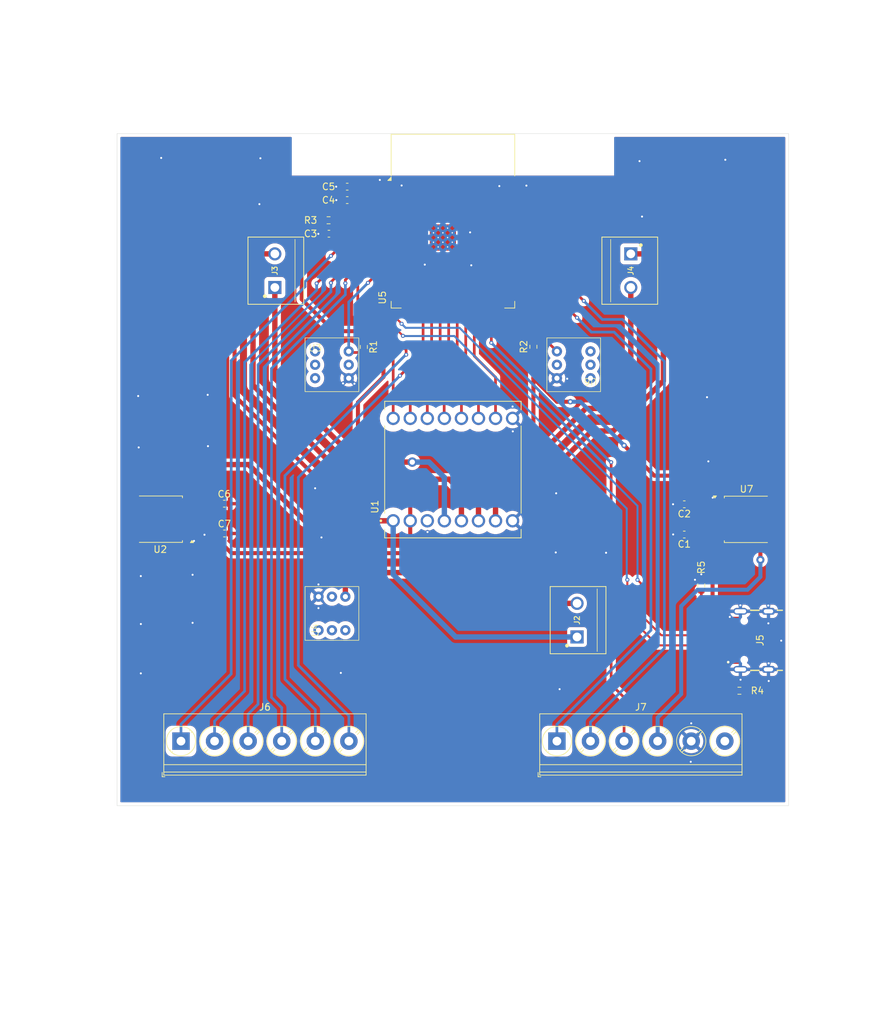
<source format=kicad_pcb>
(kicad_pcb (version 20240108) (generator "pcbnew") (generator_version "8.0")
  (layers (0 "F.Cu" signal) (31 "B.Cu" signal) (34 "B.Paste" user) (35 "F.Paste" user) (36 "B.SilkS" user "B.Silkscreen") (37 "F.SilkS" user "F.Silkscreen") (38 "B.Mask" user) (39 "F.Mask" user) (44 "Edge.Cuts" user))
  (net 0 "")
  (net 1 "/D8")
  (net 2 "GND")
  (net 3 "/A1")
  (net 4 "/D6")
  (net 5 "/A5")
  (net 6 "/D9")
  (net 7 "/3.3V")
  (net 8 "/D3")
  (net 9 "/D7")
  (net 10 "/A7")
  (net 11 "/A6")
  (net 12 "/A3")
  (net 13 "/A0")
  (net 14 "/A2")
  (net 15 "/D5")
  (net 16 "/D10")
  (net 17 "Net-(J3-Pin_1)")
  (net 18 "Net-(J3-Pin_2)")
  (net 19 "/D2")
  (net 20 "Net-(J4-Pin_1)")
  (net 21 "/VIN")
  (net 22 "Net-(J4-Pin_2)")
  (net 23 "/A4")
  (net 26 "/D4")
  (net 32 "Net-(J2-Pin_2)")
  (net 36 "/D-")
  (net 37 "Net-(U5-IO0)")
  (net 44 "Net-(U5-EN)")
  (net 49 "/D+")
  (net 56 "/+5V")
  (net 57 "/CC1")
  (net 58 "/CC2")
  (footprint "Resistor_SMD:R_0603_1608Metric" (layer "F.Cu") (at 129 59.399267)
    (property "Reference" "R3")
    (property "Value" "10K")
  )
  (footprint "Capacitor_SMD:C_0603_1608Metric" (layer "F.Cu") (at 181.965 101.659267 180)
    (property "Reference" "C2")
    (property "Value" "22uF")
  )
  (footprint "Capacitor_SMD:C_0603_1608Metric" (layer "F.Cu") (at 181.965 106.159267 180)
    (property "Reference" "C1")
    (property "Value" "22uF")
  )
  (footprint "dpdt_switch:switches_latching" (layer "F.Cu") (at 168 82.899267 180)
    (property "Reference" "U6")
    (property "Value" "~")
  )
  (footprint "Capacitor_SMD:C_0603_1608Metric" (layer "F.Cu") (at 113.486624 106.001063)
    (property "Reference" "C7")
    (property "Value" "22uF")
  )
  (footprint "Resistor_SMD:R_0603_1608Metric" (layer "F.Cu") (at 159.5 78.224267 90)
    (property "Reference" "R2")
    (property "Value" "150")
  )
  (footprint "Capacitor_SMD:C_0603_1608Metric" (layer "F.Cu") (at 113.466924 101.568494)
    (property "Reference" "C6")
    (property "Value" "22uF")
  )
  (footprint "Capacitor_SMD:C_0603_1608Metric" (layer "F.Cu") (at 131.775 56.399267 180)
    (property "Reference" "C4")
    (property "Value" "10uF")
  )
  (footprint "Capacitor_SMD:C_0603_1608Metric" (layer "F.Cu") (at 131.775 54.399267 180)
    (property "Reference" "C5")
    (property "Value" "0.1uF")
  )
  (footprint "Terminal_Block_1x2P_P=5mm:PHOENIX_1935161" (layer "F.Cu") (at 166 118.899267 90)
    (property "Reference" "J2")
    (property "Value" "Alimentación DC")
  )
  (footprint "Resistor_SMD:R_0603_1608Metric" (layer "F.Cu") (at 184.5 113.724267 -90)
    (property "Reference" "R5")
    (property "Value" "5.1K")
  )
  (footprint "Terminal_Block_1x2P_P=5mm:PHOENIX_1935161" (layer "F.Cu") (at 121 66.899267 90)
    (property "Reference" "J3")
    (property "Value" "Motor A")
  )
  (footprint "Capacitor_SMD:C_0603_1608Metric" (layer "F.Cu") (at 129.05 61.399267)
    (property "Reference" "C3")
    (property "Value" "0.1uF")
  )
  (footprint "Resistor_SMD:R_0603_1608Metric" (layer "F.Cu") (at 134.25 78.249267 -90)
    (property "Reference" "R1")
    (property "Value" "10K")
  )
  (footprint "USB-C_v2_4105_GF_A:GCT_USB4105-GF-A" (layer "F.Cu") (at 194.5 121.899267 90)
    (property "Reference" "J5")
    (property "Value" "USB4105-GF-A")
  )
  (footprint "dpdt_switch:switches_latching" (layer "F.Cu") (at 127.5 120.399267 90)
    (property "Reference" "U4")
    (property "Value" "~")
  )
  (footprint "Resistor_SMD:R_0603_1608Metric" (layer "F.Cu") (at 190.175 129.399267 180)
    (property "Reference" "R4")
    (property "Value" "5.1K")
  )
  (footprint "dpdt_switch:switches_latching" (layer "F.Cu") (at 127 78.899267)
    (property "Reference" "U3")
    (property "Value" "~")
  )
  (footprint "TerminalBlock_Phoenix:TerminalBlock_Phoenix_PT-1,5-6-5.0-H_1x06_P5.00mm_Horizontal" (layer "F.Cu") (at 163 136.899267)
    (property "Reference" "J7")
    (property "Value" "Screw_Terminal_01x06")
  )
  (footprint "RF_Module:ESP32-S3-WROOM-1" (layer "F.Cu") (at 147.518867 59.506897)
    (property "Reference" "U5")
    (property "Value" "ESP32-S3-WROOM-1")
  )
  (footprint "Terminal_Block_1x2P_P=5mm:PHOENIX_1935161" (layer "F.Cu") (at 174 66.899267 -90)
    (property "Reference" "J4")
    (property "Value" "Motor B")
  )
  (footprint "Library:MODULE_ROB-14450" (layer "F.Cu") (at 147.511404 96.494059 90)
    (property "Reference" "U1")
    (property "Value" "ROB-14450")
  )
  (footprint "TerminalBlock_Phoenix:TerminalBlock_Phoenix_PT-1,5-6-5.0-H_1x06_P5.00mm_Horizontal" (layer "F.Cu") (at 107.025 136.899267)
    (property "Reference" "J6")
    (property "Value" "Screw_Terminal_01x06")
  )
  (footprint "Package_TO_SOT_SMD:TO-252-3_TabPin2" (layer "F.Cu") (at 191.24 103.899267)
    (property "Reference" "U7")
    (property "Value" "LM1117DT-3.3")
  )
  (footprint "Package_TO_SOT_SMD:TO-252-3_TabPin2" (layer "F.Cu") (at 103.935 103.874267 180)
    (property "Reference" "U2")
    (property "Value" "LM1117DT-3.3")
  )
  (gr_rect (start 97.5 46.5) (end 197.5 146.5) (stroke (width 0.05)) (fill none) (layer "Edge.Cuts"))
  (segment (start 148.153867 82.053134) (end 148.781404 82.680671) (width 0.4) (layer "F.Cu") (net 1))
  (segment (start 148.781404 82.680671) (end 148.781404 88.874059) (width 0.4) (layer "F.Cu") (net 1))
  (segment (start 148.153867 72.006897) (end 148.153867 82.053134) (width 0.4) (layer "F.Cu") (net 1))
  (via (at 100.725 93.199267) (size 0.6) (drill 0.3) (layers "F.Cu" "B.Cu") (net 2))
  (via (at 194.523642 125.318895) (size 0.6) (drill 0.3) (layers "F.Cu" "B.Cu") (net 2))
  (via (at 139.875 54.224267) (size 0.6) (drill 0.3) (layers "F.Cu" "B.Cu") (net 2))
  (via (at 100.65 85.549267) (size 0.6) (drill 0.3) (layers "F.Cu" "B.Cu") (net 2))
  (via (at 190.316246 116.689955) (size 0.6) (drill 0.3) (layers "F.Cu" "B.Cu") (net 2))
  (via (at 150.075 61.199267) (size 0.6) (drill 0.3) (layers "F.Cu" "B.Cu") (net 2))
  (via (at 170.317607 108.871036) (size 0.6) (drill 0.3) (layers "F.Cu" "B.Cu") (net 2))
  (via (at 127 99.274267) (size 0.6) (drill 0.3) (layers "F.Cu" "B.Cu") (net 2))
  (via (at 127.942488 106.592267) (size 0.6) (drill 0.3) (layers "F.Cu" "B.Cu") (net 2))
  (via (at 164.535839 82.974085) (size 0.6) (drill 0.3) (layers "F.Cu" "B.Cu") (net 2))
  (via (at 194.536239 127.951666) (size 0.6) (drill 0.3) (layers "F.Cu" "B.Cu") (net 2))
  (via (at 136.631822 53.400487) (size 0.6) (drill 0.3) (layers "F.Cu" "B.Cu") (net 2))
  (via (at 194.485851 119.373115) (size 0.6) (drill 0.3) (layers "F.Cu" "B.Cu") (net 2))
  (via (at 108.961045 107.10973) (size 0.6) (drill 0.3) (layers "F.Cu" "B.Cu") (net 2))
  (via (at 156.397732 87.109593) (size 0.6) (drill 0.3) (layers "F.Cu" "B.Cu") (net 2))
  (via (at 182.925 139.974267) (size 0.6) (drill 0.3) (layers "F.Cu" "B.Cu") (net 2))
  (via (at 154.424862 54.311989) (size 0.6) (drill 0.3) (layers "F.Cu" "B.Cu") (net 2))
  (via (at 130.15 56.399267) (size 0.6) (drill 0.3) (layers "F.Cu" "B.Cu") (net 2))
  (via (at 185.35 85.724267) (size 0.6) (drill 0.3) (layers "F.Cu" "B.Cu") (net 2))
  (via (at 185.55 95.274267) (size 0.6) (drill 0.3) (layers "F.Cu" "B.Cu") (net 2))
  (via (at 127.492183 113.585688) (size 0.6) (drill 0.3) (layers "F.Cu" "B.Cu") (net 2))
  (via (at 143.732816 105.782858) (size 0.6) (drill 0.3) (layers "F.Cu" "B.Cu") (net 2))
  (via (at 132.85 83.724267) (size 0.6) (drill 0.3) (layers "F.Cu" "B.Cu") (net 2))
  (via (at 158.4559 54.244805) (size 0.6) (drill 0.3) (layers "F.Cu" "B.Cu") (net 2))
  (via (at 101.041853 112.340901) (size 0.6) (drill 0.3) (layers "F.Cu" "B.Cu") (net 2))
  (via (at 163.399871 129.167652) (size 0.6) (drill 0.3) (layers "F.Cu" "B.Cu") (net 2))
  (via (at 196.4 121.949267) (size 0.6) (drill 0.3) (layers "F.Cu" "B.Cu") (net 2))
  (via (at 162.825921 108.824297) (size 0.6) (drill 0.3) (layers "F.Cu" "B.Cu") (net 2))
  (via (at 108.75 112.149267) (size 0.6) (drill 0.3) (layers "F.Cu" "B.Cu") (net 2))
  (via (at 111 85.374267) (size 0.6) (drill 0.3) (layers "F.Cu" "B.Cu") (net 2))
  (via (at 183.557565 112.889705) (size 0.6) (drill 0.3) (layers "F.Cu" "B.Cu") (net 2))
  (via (at 130.13204 54.400821) (size 0.6) (drill 0.3) (layers "F.Cu" "B.Cu") (net 2))
  (via (at 118.85 50.174267) (size 0.6) (drill 0.3) (layers "F.Cu" "B.Cu") (net 2))
  (via (at 184.5 112.074267) (size 0.6) (drill 0.3) (layers "F.Cu" "B.Cu") (net 2))
  (via (at 180.312391 106.146551) (size 0.6) (drill 0.3) (layers "F.Cu" "B.Cu") (net 2))
  (via (at 194.473254 116.727746) (size 0.6) (drill 0.3) (layers "F.Cu" "B.Cu") (net 2))
  (via (at 186.198916 100.675568) (size 0.6) (drill 0.3) (layers "F.Cu" "B.Cu") (net 2))
  (via (at 162.889693 100.023723) (size 0.6) (drill 0.3) (layers "F.Cu" "B.Cu") (net 2))
  (via (at 131.15 83.674267) (size 0.6) (drill 0.3) (layers "F.Cu" "B.Cu") (net 2))
  (via (at 156.429073 90.810712) (size 0.6) (drill 0.3) (layers "F.Cu" "B.Cu") (net 2))
  (via (at 175.675 58.849267) (size 0.6) (drill 0.3) (layers "F.Cu" "B.Cu") (net 2))
  (via (at 111.042835 93.008773) (size 0.6) (drill 0.3) (layers "F.Cu" "B.Cu") (net 2))
  (via (at 183 134.249267) (size 0.6) (drill 0.3) (layers "F.Cu" "B.Cu") (net 2))
  (via (at 110.523072 106.190149) (size 0.6) (drill 0.3) (layers "F.Cu" "B.Cu") (net 2))
  (via (at 104.075 50.124267) (size 0.6) (drill 0.3) (layers "F.Cu" "B.Cu") (net 2))
  (via (at 188.075 50.399267) (size 0.6) (drill 0.3) (layers "F.Cu" "B.Cu") (net 2))
  (via (at 190.34144 127.762711) (size 0.6) (drill 0.3) (layers "F.Cu" "B.Cu") (net 2))
  (via (at 130.825 126.749267) (size 0.6) (drill 0.3) (layers "F.Cu" "B.Cu") (net 2))
  (via (at 118.7 56.999267) (size 0.6) (drill 0.3) (layers "F.Cu" "B.Cu") (net 2))
  (via (at 175.3 50.599267) (size 0.6) (drill 0.3) (layers "F.Cu" "B.Cu") (net 2))
  (via (at 180.293849 101.652815) (size 0.6) (drill 0.3) (layers "F.Cu" "B.Cu") (net 2))
  (via (at 150.25 66.099267) (size 0.6) (drill 0.3) (layers "F.Cu" "B.Cu") (net 2))
  (via (at 127.475 61.424267) (size 0.6) (drill 0.3) (layers "F.Cu" "B.Cu") (net 2))
  (via (at 108.75 119.299267) (size 0.6) (drill 0.3) (layers "F.Cu" "B.Cu") (net 2))
  (via (at 127.492183 117.107247) (size 0.6) (drill 0.3) (layers "F.Cu" "B.Cu") (net 2))
  (via (at 188.741354 118.420497) (size 0.6) (drill 0.3) (layers "F.Cu" "B.Cu") (net 2))
  (via (at 188.525 125.124267) (size 0.6) (drill 0.3) (layers "F.Cu" "B.Cu") (net 2))
  (via (at 101.05 119.474267) (size 0.6) (drill 0.3) (layers "F.Cu" "B.Cu") (net 2))
  (via (at 101.041853 126.817207) (size 0.6) (drill 0.3) (layers "F.Cu" "B.Cu") (net 2))
  (via (at 143.325 65.999267) (size 0.6) (drill 0.3) (layers "F.Cu" "B.Cu") (net 2))
  (segment (start 127.225 68.798068) (end 136.696171 59.326897) (width 0.4) (layer "F.Cu") (net 3))
  (segment (start 127.225 68.798069) (end 127.225 68.798068) (width 0.4) (layer "F.Cu") (net 3))
  (segment (start 136.696171 59.326897) (end 138.768867 59.326897) (width 0.4) (layer "F.Cu") (net 3))
  (via (at 127.225 68.798069) (size 0.6) (drill 0.3) (layers "F.Cu" "B.Cu") (net 3))
  (segment (start 127.225 69.799267) (end 116.5 80.524267) (width 0.4) (layer "B.Cu") (net 3))
  (segment (start 112.025 133.924267) (end 112.025 136.899267) (width 0.4) (layer "B.Cu") (net 3))
  (segment (start 127.225 68.798069) (end 127.225 69.799267) (width 0.4) (layer "B.Cu") (net 3))
  (segment (start 116.5 129.449267) (end 112.025 133.924267) (width 0.4) (layer "B.Cu") (net 3))
  (segment (start 116.5 80.524267) (end 116.5 129.449267) (width 0.4) (layer "B.Cu") (net 3))
  (segment (start 145.613867 72.006897) (end 145.613867 80.7854) (width 0.4) (layer "F.Cu") (net 4))
  (segment (start 145.613867 80.7854) (end 143.701404 82.697863) (width 0.4) (layer "F.Cu") (net 4))
  (segment (start 143.701404 82.697863) (end 143.701404 88.874059) (width 0.4) (layer "F.Cu") (net 4))
  (segment (start 139.625 82.524267) (end 143.073867 79.0754) (width 0.4) (layer "F.Cu") (net 5))
  (segment (start 143.073867 79.0754) (end 143.073867 72.006897) (width 0.4) (layer "F.Cu") (net 5))
  (via (at 139.625 82.524267) (size 0.6) (drill 0.3) (layers "F.Cu" "B.Cu") (net 5))
  (segment (start 124.5 97.649267) (end 124.5 125.624267) (width 0.4) (layer "B.Cu") (net 5))
  (segment (start 124.5 125.624267) (end 132.025 133.149267) (width 0.4) (layer "B.Cu") (net 5))
  (segment (start 139.625 82.524267) (end 124.5 97.649267) (width 0.4) (layer "B.Cu") (net 5))
  (segment (start 132.025 133.149267) (end 132.025 136.899267) (width 0.4) (layer "B.Cu") (net 5))
  (segment (start 149.423867 80.823134) (end 151.321404 82.720671) (width 0.4) (layer "F.Cu") (net 6))
  (segment (start 151.321404 82.720671) (end 151.321404 88.874059) (width 0.4) (layer "F.Cu") (net 6))
  (segment (start 149.423867 72.006897) (end 149.423867 80.823134) (width 0.4) (layer "F.Cu") (net 6))
  (segment (start 141.161404 104.114059) (end 141.161404 101.410671) (width 0.6) (layer "F.Cu") (net 7))
  (segment (start 182.74 101.659267) (end 182.74 102.659267) (width 0.6) (layer "F.Cu") (net 7))
  (segment (start 132.55 57.349267) (end 132.55 56.399267) (width 0.6) (layer "F.Cu") (net 7))
  (segment (start 135.475 92.699267) (end 157.425 92.699267) (width 0.6) (layer "F.Cu") (net 7))
  (segment (start 134 56.399267) (end 134.88237 55.516897) (width 0.6) (layer "F.Cu") (net 7))
  (segment (start 135.025 77.424267) (end 137.175 79.574267) (width 0.6) (layer "F.Cu") (net 7))
  (segment (start 112.711624 104.910891) (end 111.675 103.874267) (width 0.6) (layer "F.Cu") (net 7))
  (segment (start 126.5 59.399267) (end 125 60.899267) (width 0.6) (layer "F.Cu") (net 7))
  (segment (start 193.5 106.099267) (end 194.175 105.424267) (width 0.8) (layer "F.Cu") (net 7))
  (segment (start 128.175 59.399267) (end 126.5 59.399267) (width 0.6) (layer "F.Cu") (net 7))
  (segment (start 141.161404 107.737863) (end 141.161404 104.114059) (width 0.6) (layer "F.Cu") (net 7))
  (segment (start 137.175 82.699267) (end 133.375 86.499267) (width 0.6) (layer "F.Cu") (net 7))
  (segment (start 159.5 90.624267) (end 159.5 82.899267) (width 0.6) (layer "F.Cu") (net 7))
  (segment (start 173.007668 92.899267) (end 177.507668 97.399267) (width 0.6) (layer "F.Cu") (net 7))
  (segment (start 193.3 109.924267) (end 193.3 106.299267) (width 0.6) (layer "F.Cu") (net 7))
  (segment (start 125 71.149267) (end 129.75 75.899267) (width 0.6) (layer "F.Cu") (net 7))
  (segment (start 173 92.899267) (end 173.007668 92.899267) (width 0.6) (layer "F.Cu") (net 7))
  (segment (start 177.507668 97.399267) (end 180 97.399267) (width 0.6) (layer "F.Cu") (net 7))
  (segment (start 133.725 75.899267) (end 134.25 76.424267) (width 0.6) (layer "F.Cu") (net 7))
  (segment (start 114.525 108.924267) (end 139.975 108.924267) (width 0.6) (layer "F.Cu") (net 7))
  (segment (start 141.161404 101.410671) (end 139.95 100.199267) (width 0.6) (layer "F.Cu") (net 7))
  (segment (start 159.5 79.049267) (end 159.5 82.899267) (width 0.6) (layer "F.Cu") (net 7))
  (segment (start 180 97.399267) (end 182.74 100.139267) (width 0.6) (layer "F.Cu") (net 7))
  (segment (start 182.74 100.139267) (end 182.74 101.659267) (width 0.6) (layer "F.Cu") (net 7))
  (segment (start 112.711624 106.001063) (end 112.711624 104.910891) (width 0.6) (layer "F.Cu") (net 7))
  (segment (start 117.1 59.399267) (end 128.175 59.399267) (width 0.6) (layer "F.Cu") (net 7))
  (segment (start 105.875 103.874267) (end 104.35 105.399267) (width 0.6) (layer "F.Cu") (net 7))
  (segment (start 129.75 75.899267) (end 133.725 75.899267) (width 0.6) (layer "F.Cu") (net 7))
  (segment (start 157.425 92.699267) (end 159.5 90.624267) (width 0.6) (layer "F.Cu") (net 7))
  (segment (start 182.74 102.659267) (end 183.98 103.899267) (width 0.6) (layer "F.Cu") (net 7))
  (segment (start 129.7 100.199267) (end 115 85.499267) (width 0.6) (layer "F.Cu") (net 7))
  (segment (start 134.88237 55.516897) (end 138.768867 55.516897) (width 0.6) (layer "F.Cu") (net 7))
  (segment (start 128.175 59.399267) (end 128.175 58.374267) (width 0.6) (layer "F.Cu") (net 7))
  (segment (start 111.675 103.874267) (end 108.975 103.874267) (width 0.6) (layer "F.Cu") (net 7))
  (segment (start 183.98 103.899267) (end 186.2 103.899267) (width 0.6) (layer "F.Cu") (net 7))
  (segment (start 134.25 76.424267) (end 134.25 77.424267) (width 0.6) (layer "F.Cu") (net 7))
  (segment (start 112.711624 106.001063) (end 112.711624 107.110891) (width 0.6) (layer "F.Cu") (net 7))
  (segment (start 137.175 79.574267) (end 137.175 82.699267) (width 0.6) (layer "F.Cu") (net 7))
  (segment (start 115 85.499267) (end 115 61.499267) (width 0.6) (layer "F.Cu") (net 7))
  (segment (start 139.95 100.199267) (end 129.7 100.199267) (width 0.6) (layer "F.Cu") (net 7))
  (segment (start 128.175 58.374267) (end 128.625 57.924267) (width 0.6) (layer "F.Cu") (net 7))
  (segment (start 125 60.899267) (end 125 71.149267) (width 0.6) (layer "F.Cu") (net 7))
  (segment (start 165 86.399267) (end 163 86.399267) (width 0.6) (layer "F.Cu") (net 7))
  (segment (start 139.975 108.924267) (end 141.161404 107.737863) (width 0.6) (layer "F.Cu") (net 7))
  (segment (start 115 61.499267) (end 117.1 59.399267) (width 0.6) (layer "F.Cu") (net 7))
  (segment (start 131.975 57.924267) (end 132.55 57.349267) (width 0.6) (layer "F.Cu") (net 7))
  (segment (start 128.625 57.924267) (end 131.975 57.924267) (width 0.6) (layer "F.Cu") (net 7))
  (segment (start 132.55 54.399267) (end 132.55 56.399267) (width 0.6) (layer "F.Cu") (net 7))
  (segment (start 132.55 56.399267) (end 134 56.399267) (width 0.6) (layer "F.Cu") (net 7))
  (segment (start 134.25 77.424267) (end 135.025 77.424267) (width 0.6) (layer "F.Cu") (net 7))
  (segment (start 112.711624 107.110891) (end 114.525 108.924267) (width 0.6) (layer "F.Cu") (net 7))
  (segment (start 186.2 103.899267) (end 192.5 103.899267) (width 0.6) (layer "F.Cu") (net 7))
  (segment (start 163 86.399267) (end 159.5 82.899267) (width 0.6) (layer "F.Cu") (net 7))
  (segment (start 193.3 106.299267) (end 193.5 106.099267) (width 0.6) (layer "F.Cu") (net 7))
  (segment (start 133.375 86.499267) (end 133.375 90.599267) (width 0.6) (layer "F.Cu") (net 7))
  (segment (start 108.975 103.874267) (end 105.875 103.874267) (width 0.6) (layer "F.Cu") (net 7))
  (segment (start 133.375 90.599267) (end 135.475 92.699267) (width 0.6) (layer "F.Cu") (net 7))
  (via (at 165 86.399267) (size 0.8) (drill 0.4) (layers "F.Cu" "B.Cu") (net 7))
  (via (at 173 92.899267) (size 0.8) (drill 0.4) (layers "F.Cu" "B.Cu") (net 7))
  (via (at 193.3 109.924267) (size 1.2) (drill 0.6) (layers "F.Cu" "B.Cu") (net 7))
  (segment (start 178 133.399267) (end 178 136.899267) (width 0.6) (layer "B.Cu") (net 7))
  (segment (start 193.3 109.924267) (end 193.3 112.449267) (width 0.6) (layer "B.Cu") (net 7))
  (segment (start 166.5 86.399267) (end 173 92.899267) (width 0.6) (layer "B.Cu") (net 7))
  (segment (start 193.3 112.449267) (end 191.375 114.374267) (width 0.6) (layer "B.Cu") (net 7))
  (segment (start 191.375 114.374267) (end 183.95 114.374267) (width 0.6) (layer "B.Cu") (net 7))
  (segment (start 181.5 116.824267) (end 181.5 129.899267) (width 0.6) (layer "B.Cu") (net 7))
  (segment (start 183.95 114.374267) (end 181.5 116.824267) (width 0.6) (layer "B.Cu") (net 7))
  (segment (start 165 86.399267) (end 166.5 86.399267) (width 0.6) (layer "B.Cu") (net 7))
  (segment (start 181.5 129.899267) (end 178 133.399267) (width 0.6) (layer "B.Cu") (net 7))
  (segment (start 137.201018 64.406897) (end 133.35 68.257915) (width 0.4) (layer "F.Cu") (net 8))
  (segment (start 138.621404 78.717462) (end 138.621404 88.874059) (width 0.4) (layer "F.Cu") (net 8))
  (segment (start 138.768867 64.406897) (end 137.201018 64.406897) (width 0.4) (layer "F.Cu") (net 8))
  (segment (start 133.35 68.257915) (end 133.35 73.446058) (width 0.4) (layer "F.Cu") (net 8))
  (segment (start 133.35 73.446058) (end 138.621404 78.717462) (width 0.4) (layer "F.Cu") (net 8))
  (segment (start 144.343867 79.5554) (end 141.161404 82.737863) (width 0.4) (layer "F.Cu") (net 9))
  (segment (start 144.343867 72.006897) (end 144.343867 79.5554) (width 0.4) (layer "F.Cu") (net 9))
  (segment (start 141.161404 82.737863) (end 141.161404 88.874059) (width 0.4) (layer "F.Cu") (net 9))
  (segment (start 166 57.399267) (end 164.11763 55.516897) (width 0.4) (layer "F.Cu") (net 10))
  (segment (start 164.11763 55.516897) (end 156.268867 55.516897) (width 0.4) (layer "F.Cu") (net 10))
  (segment (start 167 71.399267) (end 166 70.399267) (width 0.4) (layer "F.Cu") (net 10))
  (segment (start 166 70.399267) (end 166 57.399267) (width 0.4) (layer "F.Cu") (net 10))
  (via (at 167 71.399267) (size 0.6) (drill 0.3) (layers "F.Cu" "B.Cu") (net 10))
  (segment (start 167 71.399267) (end 169.75 74.149267) (width 0.4) (layer "B.Cu") (net 10))
  (segment (start 172.75 74.149267) (end 179 80.399267) (width 0.4) (layer "B.Cu") (net 10))
  (segment (start 168 134.074267) (end 168 136.899267) (width 0.4) (layer "B.Cu") (net 10))
  (segment (start 179 123.074267) (end 168 134.074267) (width 0.4) (layer "B.Cu") (net 10))
  (segment (start 169.75 74.149267) (end 172.75 74.149267) (width 0.4) (layer "B.Cu") (net 10))
  (segment (start 179 80.399267) (end 179 123.074267) (width 0.4) (layer "B.Cu") (net 10))
  (segment (start 162.63763 56.786897) (end 164.25 58.399267) (width 0.4) (layer "F.Cu") (net 11))
  (segment (start 156.268867 56.786897) (end 162.63763 56.786897) (width 0.4) (layer "F.Cu") (net 11))
  (segment (start 164.25 72.149267) (end 166 73.899267) (width 0.4) (layer "F.Cu") (net 11))
  (segment (start 164.25 58.399267) (end 164.25 72.149267) (width 0.4) (layer "F.Cu") (net 11))
  (via (at 166 73.899267) (size 0.6) (drill 0.3) (layers "F.Cu" "B.Cu") (net 11))
  (segment (start 177 81.524267) (end 177 120.399267) (width 0.4) (layer "B.Cu") (net 11))
  (segment (start 166 73.899267) (end 168.1375 76.036767) (width 0.4) (layer "B.Cu") (net 11))
  (segment (start 163 134.399267) (end 163 136.899267) (width 0.4) (layer "B.Cu") (net 11))
  (segment (start 177 120.399267) (end 163 134.399267) (width 0.4) (layer "B.Cu") (net 11))
  (segment (start 168.1375 76.036767) (end 171.5125 76.036767) (width 0.4) (layer "B.Cu") (net 11))
  (segment (start 171.5125 76.036767) (end 177 81.524267) (width 0.4) (layer "B.Cu") (net 11))
  (segment (start 131.5 68.774267) (end 131.5 68.269099) (width 0.4) (layer "F.Cu") (net 12))
  (segment (start 131.5 68.269099) (end 137.902202 61.866897) (width 0.4) (layer "F.Cu") (net 12))
  (segment (start 137.902202 61.866897) (end 138.768867 61.866897) (width 0.4) (layer "F.Cu") (net 12))
  (via (at 131.5 68.774267) (size 0.6) (drill 0.3) (layers "F.Cu" "B.Cu") (net 12))
  (segment (start 131.5 68.774267) (end 131.5 70.464467) (width 0.4) (layer "B.Cu") (net 12))
  (segment (start 122.025 131.924267) (end 122.025 136.899267) (width 0.4) (layer "B.Cu") (net 12))
  (segment (start 120.5 81.464467) (end 120.5 130.399267) (width 0.4) (layer "B.Cu") (net 12))
  (segment (start 120.5 130.399267) (end 122.025 131.924267) (width 0.4) (layer "B.Cu") (net 12))
  (segment (start 131.5 70.464467) (end 120.5 81.464467) (width 0.4) (layer "B.Cu") (net 12))
  (segment (start 135.997282 58.056897) (end 138.768867 58.056897) (width 0.4) (layer "F.Cu") (net 13))
  (segment (start 129.35 64.704179) (end 135.997282 58.056897) (width 0.4) (layer "F.Cu") (net 13))
  (via (at 129.35 64.704179) (size 0.6) (drill 0.3) (layers "F.Cu" "B.Cu") (net 13))
  (segment (start 125.5 68.541008) (end 125.5 69.274267) (width 0.4) (layer "B.Cu") (net 13))
  (segment (start 107.025 134.374267) (end 107.025 135.574267) (width 0.4) (layer "B.Cu") (net 13))
  (segment (start 125.5 69.274267) (end 114.5 80.274267) (width 0.4) (layer "B.Cu") (net 13))
  (segment (start 129.35 64.704179) (end 129.336829 64.704179) (width 0.4) (layer "B.Cu") (net 13))
  (segment (start 129.336829 64.704179) (end 125.5 68.541008) (width 0.4) (layer "B.Cu") (net 13))
  (segment (start 114.5 126.899267) (end 107.025 134.374267) (width 0.4) (layer "B.Cu") (net 13))
  (segment (start 114.5 80.274267) (end 114.5 126.899267) (width 0.4) (layer "B.Cu") (net 13))
  (segment (start 137.345568 60.596897) (end 138.768867 60.596897) (width 0.4) (layer "F.Cu") (net 14))
  (segment (start 129.35 68.724267) (end 129.35 68.592465) (width 0.4) (layer "F.Cu") (net 14))
  (segment (start 129.35 68.592465) (end 137.345568 60.596897) (width 0.4) (layer "F.Cu") (net 14))
  (via (at 129.35 68.724267) (size 0.6) (drill 0.3) (layers "F.Cu" "B.Cu") (net 14))
  (segment (start 117.025 132.874267) (end 117.025 136.899267) (width 0.4) (layer "B.Cu") (net 14))
  (segment (start 118.5 80.899267) (end 118.5 131.399267) (width 0.4) (layer "B.Cu") (net 14))
  (segment (start 129.35 68.724267) (end 129.35 70.049267) (width 0.4) (layer "B.Cu") (net 14))
  (segment (start 129.35 70.049267) (end 118.5 80.899267) (width 0.4) (layer "B.Cu") (net 14))
  (segment (start 118.5 131.399267) (end 117.025 132.874267) (width 0.4) (layer "B.Cu") (net 14))
  (segment (start 150.693867 72.006897) (end 150.693867 79.593134) (width 0.4) (layer "F.Cu") (net 15))
  (segment (start 150.693867 79.593134) (end 153.861404 82.760671) (width 0.4) (layer "F.Cu") (net 15))
  (segment (start 153.861404 82.760671) (end 153.861404 88.874059) (width 0.4) (layer "F.Cu") (net 15))
  (segment (start 146.883867 82.0154) (end 146.213867 82.6854) (width 0.4) (layer "F.Cu") (net 16))
  (segment (start 146.213867 82.6854) (end 146.213867 88.846522) (width 0.4) (layer "F.Cu") (net 16))
  (segment (start 146.213867 88.846522) (end 146.241404 88.874059) (width 0.4) (layer "F.Cu") (net 16))
  (segment (start 146.883867 72.006897) (end 146.883867 82.0154) (width 0.4) (layer "F.Cu") (net 16))
  (segment (start 141.461514 95.380508) (end 133.431241 95.380508) (width 0.8) (layer "F.Cu") (net 17))
  (segment (start 133.431241 95.380508) (end 121 82.949267) (width 0.8) (layer "F.Cu") (net 17))
  (segment (start 121 82.949267) (end 121 69.399267) (width 0.8) (layer "F.Cu") (net 17))
  (via (at 141.461514 95.380508) (size 1.4) (drill 0.8) (layers "F.Cu" "B.Cu") (net 17))
  (segment (start 143.956241 95.380508) (end 146.241404 97.665671) (width 0.8) (layer "B.Cu") (net 17))
  (segment (start 146.241404 97.665671) (end 146.241404 104.114059) (width 0.8) (layer "B.Cu") (net 17))
  (segment (start 141.461514 95.380508) (end 143.956241 95.380508) (width 0.8) (layer "B.Cu") (net 17))
  (segment (start 118.6 64.399267) (end 117.75 65.249267) (width 0.8) (layer "F.Cu") (net 18))
  (segment (start 131.725 97.924267) (end 146.95 97.924267) (width 0.8) (layer "F.Cu") (net 18))
  (segment (start 117.75 65.249267) (end 117.75 83.949267) (width 0.8) (layer "F.Cu") (net 18))
  (segment (start 117.75 83.949267) (end 131.725 97.924267) (width 0.8) (layer "F.Cu") (net 18))
  (segment (start 148.781404 99.755671) (end 148.781404 104.114059) (width 0.8) (layer "F.Cu") (net 18))
  (segment (start 121 64.399267) (end 118.6 64.399267) (width 0.8) (layer "F.Cu") (net 18))
  (segment (start 146.95 97.924267) (end 148.781404 99.755671) (width 0.8) (layer "F.Cu") (net 18))
  (segment (start 153.233867 77.633134) (end 153.233867 72.006897) (width 0.4) (layer "F.Cu") (net 19))
  (segment (start 171.075 128.474267) (end 173 130.399267) (width 0.4) (layer "F.Cu") (net 19))
  (segment (start 171.075 95.399267) (end 171.075 128.474267) (width 0.4) (layer "F.Cu") (net 19))
  (segment (start 173 130.399267) (end 173 136.899267) (width 0.4) (layer "F.Cu") (net 19))
  (via (at 171.075 95.399267) (size 0.6) (drill 0.3) (layers "F.Cu" "B.Cu") (net 19))
  (via (at 153.233867 77.633134) (size 0.6) (drill 0.3) (layers "F.Cu" "B.Cu") (net 19))
  (segment (start 171 95.399267) (end 171.075 95.399267) (width 0.4) (layer "B.Cu") (net 19))
  (segment (start 153.233867 77.633134) (end 171 95.399267) (width 0.4) (layer "B.Cu") (net 19))
  (segment (start 177.65 64.399267) (end 178.85 65.599267) (width 0.8) (layer "F.Cu") (net 20))
  (segment (start 160.1 98.824267) (end 154.875 98.824267) (width 0.8) (layer "F.Cu") (net 20))
  (segment (start 178.85 83.299267) (end 171.4 90.749267) (width 0.8) (layer "F.Cu") (net 20))
  (segment (start 178.85 65.599267) (end 178.85 83.299267) (width 0.8) (layer "F.Cu") (net 20))
  (segment (start 153.861404 99.837863) (end 153.861404 104.114059) (width 0.8) (layer "F.Cu") (net 20))
  (segment (start 168.175 90.749267) (end 160.1 98.824267) (width 0.8) (layer "F.Cu") (net 20))
  (segment (start 174 64.399267) (end 177.65 64.399267) (width 0.8) (layer "F.Cu") (net 20))
  (segment (start 154.875 98.824267) (end 153.861404 99.837863) (width 0.8) (layer "F.Cu") (net 20))
  (segment (start 171.4 90.749267) (end 168.175 90.749267) (width 0.8) (layer "F.Cu") (net 20))
  (segment (start 108.975 101.594267) (end 108.975 97.824267) (width 0.8) (layer "F.Cu") (net 21))
  (segment (start 111.05 95.749267) (end 117.1 95.749267) (width 0.8) (layer "F.Cu") (net 21))
  (segment (start 108.975 101.594267) (end 112.666151 101.594267) (width 0.8) (layer "F.Cu") (net 21))
  (segment (start 108.975 97.824267) (end 111.05 95.749267) (width 0.8) (layer "F.Cu") (net 21))
  (segment (start 117.1 95.749267) (end 125.464792 104.114059) (width 0.8) (layer "F.Cu") (net 21))
  (segment (start 125.464792 104.114059) (end 138.621404 104.114059) (width 0.8) (layer "F.Cu") (net 21))
  (segment (start 112.666151 101.594267) (end 112.691924 101.568494) (width 0.8) (layer "F.Cu") (net 21))
  (segment (start 138.621404 104.114059) (end 138.621404 112.095671) (width 0.8) (layer "B.Cu") (net 21))
  (segment (start 147.925 121.399267) (end 166 121.399267) (width 0.8) (layer "B.Cu") (net 21))
  (segment (start 138.621404 112.095671) (end 147.925 121.399267) (width 0.8) (layer "B.Cu") (net 21))
  (segment (start 151.321404 104.114059) (end 151.321404 98.127863) (width 0.8) (layer "F.Cu") (net 22))
  (segment (start 174 82.899267) (end 174 69.399267) (width 0.8) (layer "F.Cu") (net 22))
  (segment (start 169.5 87.399267) (end 174 82.899267) (width 0.8) (layer "F.Cu") (net 22))
  (segment (start 151.321404 98.127863) (end 153.4 96.049267) (width 0.8) (layer "F.Cu") (net 22))
  (segment (start 153.4 96.049267) (end 158.65 96.049267) (width 0.8) (layer "F.Cu") (net 22))
  (segment (start 158.65 96.049267) (end 167.3 87.399267) (width 0.8) (layer "F.Cu") (net 22))
  (segment (start 167.3 87.399267) (end 169.5 87.399267) (width 0.8) (layer "F.Cu") (net 22))
  (segment (start 140.55 79.399267) (end 140.55 78.688638) (width 0.4) (layer "F.Cu") (net 23))
  (segment (start 140.55 78.688638) (end 135 73.138638) (width 0.4) (layer "F.Cu") (net 23))
  (segment (start 135 73.138638) (end 135 70.367515) (width 0.4) (layer "F.Cu") (net 23))
  (segment (start 135 70.367515) (end 137.150618 68.216897) (width 0.4) (layer "F.Cu") (net 23))
  (segment (start 137.150618 68.216897) (end 138.768867 68.216897) (width 0.4) (layer "F.Cu") (net 23))
  (via (at 140.55 79.399267) (size 0.6) (drill 0.3) (layers "F.Cu" "B.Cu") (net 23))
  (segment (start 122.5 127.697795) (end 127.025 132.222795) (width 0.4) (layer "B.Cu") (net 23))
  (segment (start 140.5 79.399267) (end 122.5 97.399267) (width 0.4) (layer "B.Cu") (net 23))
  (segment (start 127.025 132.222795) (end 127.025 136.899267) (width 0.4) (layer "B.Cu") (net 23))
  (segment (start 122.5 97.399267) (end 122.5 127.697795) (width 0.4) (layer "B.Cu") (net 23))
  (segment (start 140.55 79.399267) (end 140.5 79.399267) (width 0.4) (layer "B.Cu") (net 23))
  (segment (start 136.62737 66.946897) (end 138.768867 66.946897) (width 0.4) (layer "F.Cu") (net 26))
  (segment (start 134.8625 68.711767) (end 136.62737 66.946897) (width 0.4) (layer "F.Cu") (net 26))
  (segment (start 132 78.899267) (end 132.175 79.074267) (width 0.4) (layer "F.Cu") (net 26))
  (segment (start 132.175 79.074267) (end 134.25 79.074267) (width 0.4) (layer "F.Cu") (net 26))
  (via (at 134.8625 68.711767) (size 0.6) (drill 0.3) (layers "F.Cu" "B.Cu") (net 26))
  (segment (start 134.8625 68.711767) (end 132 71.574267) (width 0.4) (layer "B.Cu") (net 26))
  (segment (start 132 71.574267) (end 132 78.899267) (width 0.4) (layer "B.Cu") (net 26))
  (segment (start 157.4 111.824267) (end 161.975 116.399267) (width 0.8) (layer "F.Cu") (net 32))
  (segment (start 133.075 111.824267) (end 157.4 111.824267) (width 0.8) (layer "F.Cu") (net 32))
  (segment (start 131.5 113.399267) (end 133.075 111.824267) (width 0.8) (layer "F.Cu") (net 32))
  (segment (start 161.975 116.399267) (end 166 116.399267) (width 0.8) (layer "F.Cu") (net 32))
  (segment (start 131.5 115.399267) (end 131.5 113.399267) (width 0.8) (layer "F.Cu") (net 32))
  (segment (start 189.745 121.649267) (end 191.75 121.649267) (width 0.3) (layer "F.Cu") (net 36))
  (segment (start 192.175 122.074267) (end 192.175 122.186767) (width 0.3) (layer "F.Cu") (net 36))
  (segment (start 192.175 122.186767) (end 191.7125 122.649267) (width 0.3) (layer "F.Cu") (net 36))
  (segment (start 178 122.649267) (end 189.745 122.649267) (width 0.3) (layer "F.Cu") (net 36))
  (segment (start 136 72.524267) (end 136 70.899267) (width 0.3) (layer "F.Cu") (net 36))
  (segment (start 137.41237 69.486897) (end 138.768867 69.486897) (width 0.3) (layer "F.Cu") (net 36))
  (segment (start 140.075 76.599267) (end 136 72.524267) (width 0.3) (layer "F.Cu") (net 36))
  (segment (start 191.7125 122.649267) (end 189.745 122.649267) (width 0.3) (layer "F.Cu") (net 36))
  (segment (start 173.4875 112.886767) (end 173.4875 118.136767) (width 0.3) (layer "F.Cu") (net 36))
  (segment (start 173.4875 118.136767) (end 178 122.649267) (width 0.3) (layer "F.Cu") (net 36))
  (segment (start 191.75 121.649267) (end 192.175 122.074267) (width 0.3) (layer "F.Cu") (net 36))
  (segment (start 136 70.899267) (end 137.41237 69.486897) (width 0.3) (layer "F.Cu") (net 36))
  (via (at 173.4875 112.886767) (size 0.6) (drill 0.3) (layers "F.Cu" "B.Cu") (net 36))
  (via (at 140.075 76.599267) (size 0.6) (drill 0.3) (layers "F.Cu" "B.Cu") (net 36))
  (segment (start 173.4 112.799267) (end 173.4 102.299267) (width 0.3) (layer "B.Cu") (net 36))
  (segment (start 147.725 76.624267) (end 140.1 76.624267) (width 0.3) (layer "B.Cu") (net 36))
  (segment (start 173.4 102.299267) (end 147.725 76.624267) (width 0.3) (layer "B.Cu") (net 36))
  (segment (start 140.1 76.624267) (end 140.075 76.599267) (width 0.3) (layer "B.Cu") (net 36))
  (segment (start 173.4875 112.886767) (end 173.4 112.799267) (width 0.3) (layer "B.Cu") (net 36))
  (segment (start 159.5 72.399267) (end 159.5 77.399267) (width 0.4) (layer "F.Cu") (net 37))
  (segment (start 156.268867 70.756897) (end 157.85763 70.756897) (width 0.4) (layer "F.Cu") (net 37))
  (segment (start 161.5 77.399267) (end 163 78.899267) (width 0.4) (layer "F.Cu") (net 37))
  (segment (start 157.85763 70.756897) (end 159.5 72.399267) (width 0.4) (layer "F.Cu") (net 37))
  (segment (start 159.5 77.399267) (end 161.5 77.399267) (width 0.4) (layer "F.Cu") (net 37))
  (segment (start 129.825 61.399267) (end 129.825 59.399267) (width 0.4) (layer "F.Cu") (net 44))
  (segment (start 132.79874 59.399267) (end 135.41111 56.786897) (width 0.4) (layer "F.Cu") (net 44))
  (segment (start 135.41111 56.786897) (end 138.768867 56.786897) (width 0.4) (layer "F.Cu") (net 44))
  (segment (start 129.825 59.399267) (end 132.79874 59.399267) (width 0.4) (layer "F.Cu") (net 44))
  (segment (start 137 71.399267) (end 137.64237 70.756897) (width 0.3) (layer "F.Cu") (net 49))
  (segment (start 137 71.899267) (end 137 71.399267) (width 0.3) (layer "F.Cu") (net 49))
  (segment (start 178.55 121.149267) (end 186.25 121.149267) (width 0.3) (layer "F.Cu") (net 49))
  (segment (start 137.64237 70.756897) (end 138.768867 70.756897) (width 0.3) (layer "F.Cu") (net 49))
  (segment (start 189.745 122.149267) (end 187.25 122.149267) (width 0.3) (layer "F.Cu") (net 49))
  (segment (start 186.25 121.149267) (end 189.745 121.149267) (width 0.3) (layer "F.Cu") (net 49))
  (segment (start 175.5 113.399267) (end 175.5 118.099267) (width 0.3) (layer "F.Cu") (net 49))
  (segment (start 175.5 118.099267) (end 178.55 121.149267) (width 0.3) (layer "F.Cu") (net 49))
  (segment (start 139.875 74.774267) (end 137 71.899267) (width 0.3) (layer "F.Cu") (net 49))
  (segment (start 175 112.899267) (end 175.5 113.399267) (width 0.3) (layer "F.Cu") (net 49))
  (segment (start 187.25 122.149267) (end 186.25 121.149267) (width 0.3) (layer "F.Cu") (net 49))
  (segment (start 139.875 74.799267) (end 139.875 74.774267) (width 0.3) (layer "F.Cu") (net 49))
  (via (at 175 112.899267) (size 0.6) (drill 0.3) (layers "F.Cu" "B.Cu") (net 49))
  (via (at 139.875 74.799267) (size 0.6) (drill 0.3) (layers "F.Cu" "B.Cu") (net 49))
  (segment (start 175 101.899267) (end 148.5 75.399267) (width 0.3) (layer "B.Cu") (net 49))
  (segment (start 175 112.899267) (end 175 101.899267) (width 0.3) (layer "B.Cu") (net 49))
  (segment (start 140.475 75.399267) (end 139.875 74.799267) (width 0.3) (layer "B.Cu") (net 49))
  (segment (start 148.5 75.399267) (end 140.475 75.399267) (width 0.3) (layer "B.Cu") (net 49))
  (segment (start 189.745 119.499267) (end 187.075 119.499267) (width 0.6) (layer "F.Cu") (net 56))
  (segment (start 186.175 118.599267) (end 186.175 106.204267) (width 0.6) (layer "F.Cu") (net 56))
  (segment (start 186.175 106.204267) (end 186.2 106.179267) (width 0.6) (layer "F.Cu") (net 56))
  (segment (start 186.18 106.159267) (end 186.2 106.179267) (width 0.6) (layer "F.Cu") (net 56))
  (segment (start 182.74 106.159267) (end 186.18 106.159267) (width 0.6) (layer "F.Cu") (net 56))
  (segment (start 187.075 119.499267) (end 186.175 118.599267) (width 0.6) (layer "F.Cu") (net 56))
  (segment (start 186.5 125.899267) (end 186.5 124.899267) (width 0.3) (layer "F.Cu") (net 57))
  (segment (start 186.5 125.899267) (end 186.5 127.899267) (width 0.3) (layer "F.Cu") (net 57))
  (segment (start 186.5 124.899267) (end 188.25 123.149267) (width 0.3) (layer "F.Cu") (net 57))
  (segment (start 188 129.399267) (end 189.35 129.399267) (width 0.3) (layer "F.Cu") (net 57))
  (segment (start 188.25 123.149267) (end 189.745 123.149267) (width 0.3) (layer "F.Cu") (net 57))
  (segment (start 186.5 127.899267) (end 188 129.399267) (width 0.3) (layer "F.Cu") (net 57))
  (segment (start 184.5 115.899267) (end 184.5 114.549267) (width 0.4) (layer "F.Cu") (net 58))
  (segment (start 185.05 120.149267) (end 189.745 120.149267) (width 0.3) (layer "F.Cu") (net 58))
  (segment (start 184.5 115.899267) (end 184.5 119.599267) (width 0.3) (layer "F.Cu") (net 58))
  (segment (start 184.5 119.599267) (end 185.05 120.149267) (width 0.3) (layer "F.Cu") (net 58))
  (zone (net 2) (net_name "GND") (layer "F.Cu") (connect_pads (clearance 0.5)) (min_thickness 0.25) (fill yes (thermal_gap 0.5) (thermal_bridge_width 0.5))
    (polygon (pts (xy 80.725 28.199267) (xy 206 28.199267) (xy 208.15 30.349267) (xy 208.15 154.124267) (xy 87.175 154.124267) (xy 80.075 147.024267) (xy 80.075 28.849267)))
  )
  (zone (net 2) (net_name "GND") (layer "B.Cu") (connect_pads (clearance 0.5)) (min_thickness 0.25) (fill yes (thermal_gap 0.5) (thermal_bridge_width 0.5))
    (polygon (pts (xy 82.35 26.624267) (xy 207.625 26.624267) (xy 209.775 28.774267) (xy 209.775 152.549267) (xy 88.8 152.549267) (xy 81.7 145.449267) (xy 81.7 27.274267)))
  )
)
</source>
